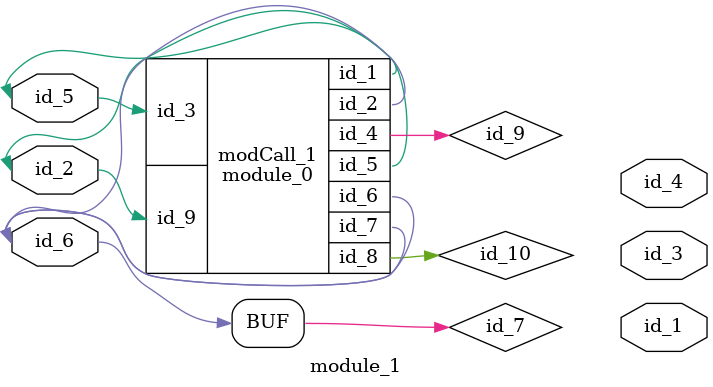
<source format=v>
module module_0 (
    id_1,
    id_2,
    id_3,
    id_4,
    id_5,
    id_6,
    id_7,
    id_8,
    id_9
);
  input wire id_9;
  inout wire id_8;
  output wire id_7;
  output wire id_6;
  inout wire id_5;
  output wire id_4;
  input wire id_3;
  output wire id_2;
  output wire id_1;
  wire id_10;
endmodule
module module_1 (
    id_1,
    id_2,
    id_3,
    id_4,
    id_5,
    id_6
);
  inout wire id_6;
  inout wire id_5;
  output wire id_4;
  output wire id_3;
  inout wire id_2;
  output wire id_1;
  tri  id_7 = id_6;
  wire id_8;
  wire id_9;
  wire id_10;
  module_0 modCall_1 (
      id_2,
      id_6,
      id_5,
      id_9,
      id_5,
      id_6,
      id_7,
      id_10,
      id_2
  );
  wire id_11;
endmodule

</source>
